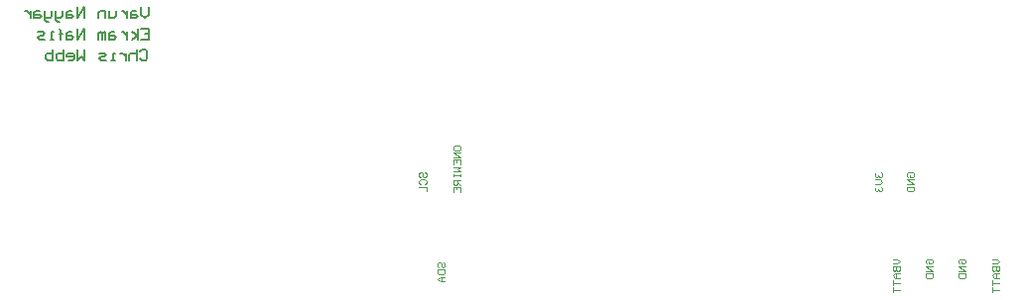
<source format=gbo>
%FSLAX44Y44*%
%MOMM*%
G71*
G01*
G75*
G04 Layer_Color=32896*
%ADD10O,2.2000X0.6000*%
%ADD11R,0.9000X1.3000*%
%ADD12R,1.4000X0.6000*%
%ADD13R,1.3000X0.9000*%
%ADD14R,1.2500X1.5000*%
%ADD15R,0.6000X1.5000*%
%ADD16C,0.2540*%
%ADD17R,1.5000X1.5000*%
%ADD18C,1.5000*%
%ADD19C,4.7600*%
%ADD20R,1.6900X1.6900*%
%ADD21C,1.6900*%
%ADD22C,6.0000*%
%ADD23C,6.0000*%
%ADD24C,3.0000*%
%ADD25C,1.2700*%
%ADD26C,0.2500*%
%ADD27C,0.6000*%
%ADD28C,0.2000*%
%ADD29C,0.2540*%
%ADD30C,0.2032*%
%ADD31C,0.1500*%
%ADD32C,0.1016*%
%ADD33O,2.4032X0.8032*%
%ADD34R,1.1032X1.5032*%
%ADD35R,1.5032X1.1032*%
%ADD36R,1.4532X1.7032*%
%ADD37R,0.8032X1.7032*%
%ADD38R,1.7032X1.7032*%
%ADD39C,1.7032*%
%ADD40C,4.9632*%
%ADD41R,1.8932X1.8932*%
%ADD42C,1.8932*%
%ADD43C,6.2032*%
%ADD44C,6.2032*%
%ADD45C,3.2032*%
%ADD46C,1.4732*%
%ADD47C,0.1524*%
D32*
X362922Y60937D02*
X361906Y61953D01*
Y63984D01*
X362922Y65000D01*
X363937D01*
X364953Y63984D01*
Y61953D01*
X365969Y60937D01*
X366984D01*
X368000Y61953D01*
Y63984D01*
X366984Y65000D01*
X361906Y58906D02*
X368000D01*
Y55859D01*
X366984Y54843D01*
X362922D01*
X361906Y55859D01*
Y58906D01*
X368000Y52812D02*
X363937D01*
X361906Y50781D01*
X363937Y48749D01*
X368000D01*
X364953D01*
Y52812D01*
X346922Y137937D02*
X345906Y138953D01*
Y140984D01*
X346922Y142000D01*
X347937D01*
X348953Y140984D01*
Y138953D01*
X349969Y137937D01*
X350984D01*
X352000Y138953D01*
Y140984D01*
X350984Y142000D01*
X346922Y131843D02*
X345906Y132859D01*
Y134890D01*
X346922Y135906D01*
X350984D01*
X352000Y134890D01*
Y132859D01*
X350984Y131843D01*
X345906Y129812D02*
X352000D01*
Y125749D01*
X374906Y161953D02*
Y163984D01*
X375922Y165000D01*
X379984D01*
X381000Y163984D01*
Y161953D01*
X379984Y160937D01*
X375922D01*
X374906Y161953D01*
X381000Y158906D02*
X374906D01*
X381000Y154843D01*
X374906D01*
Y148749D02*
Y152812D01*
X381000D01*
Y148749D01*
X377953Y152812D02*
Y150781D01*
X374906Y146718D02*
X381000D01*
X378969Y144687D01*
X381000Y142655D01*
X374906D01*
Y140624D02*
Y138593D01*
Y139608D01*
X381000D01*
Y140624D01*
Y138593D01*
Y135546D02*
X374906D01*
Y132499D01*
X375922Y131483D01*
X377953D01*
X378969Y132499D01*
Y135546D01*
Y133514D02*
X381000Y131483D01*
X374906Y125389D02*
Y129452D01*
X381000D01*
Y125389D01*
X377953Y129452D02*
Y127420D01*
X735922Y142000D02*
X734906Y140984D01*
Y138953D01*
X735922Y137937D01*
X736937D01*
X737953Y138953D01*
Y139969D01*
Y138953D01*
X738969Y137937D01*
X739984D01*
X741000Y138953D01*
Y140984D01*
X739984Y142000D01*
X734906Y135906D02*
X738969D01*
X741000Y133875D01*
X738969Y131843D01*
X734906D01*
X735922Y129812D02*
X734906Y128796D01*
Y126765D01*
X735922Y125749D01*
X736937D01*
X737953Y126765D01*
Y127781D01*
Y126765D01*
X738969Y125749D01*
X739984D01*
X741000Y126765D01*
Y128796D01*
X739984Y129812D01*
X762922Y137937D02*
X761906Y138953D01*
Y140984D01*
X762922Y142000D01*
X766984D01*
X768000Y140984D01*
Y138953D01*
X766984Y137937D01*
X764953D01*
Y139969D01*
X768000Y135906D02*
X761906D01*
X768000Y131843D01*
X761906D01*
Y129812D02*
X768000D01*
Y126765D01*
X766984Y125749D01*
X762922D01*
X761906Y126765D01*
Y129812D01*
X778922Y63937D02*
X777906Y64953D01*
Y66984D01*
X778922Y68000D01*
X782984D01*
X784000Y66984D01*
Y64953D01*
X782984Y63937D01*
X780953D01*
Y65969D01*
X784000Y61906D02*
X777906D01*
X784000Y57843D01*
X777906D01*
Y55812D02*
X784000D01*
Y52765D01*
X782984Y51749D01*
X778922D01*
X777906Y52765D01*
Y55812D01*
X806922Y63937D02*
X805906Y64953D01*
Y66984D01*
X806922Y68000D01*
X810984D01*
X812000Y66984D01*
Y64953D01*
X810984Y63937D01*
X808953D01*
Y65969D01*
X812000Y61906D02*
X805906D01*
X812000Y57843D01*
X805906D01*
Y55812D02*
X812000D01*
Y52765D01*
X810984Y51749D01*
X806922D01*
X805906Y52765D01*
Y55812D01*
X834906Y68000D02*
X838969D01*
X841000Y65969D01*
X838969Y63937D01*
X834906D01*
Y61906D02*
X841000D01*
Y58859D01*
X839984Y57843D01*
X838969D01*
X837953Y58859D01*
Y61906D01*
Y58859D01*
X836937Y57843D01*
X835922D01*
X834906Y58859D01*
Y61906D01*
X841000Y55812D02*
X836937D01*
X834906Y53781D01*
X836937Y51749D01*
X841000D01*
X837953D01*
Y55812D01*
X834906Y49718D02*
Y45655D01*
Y47687D01*
X841000D01*
X834906Y43624D02*
Y39561D01*
Y41593D01*
X841000D01*
X749906Y68000D02*
X753969D01*
X756000Y65969D01*
X753969Y63937D01*
X749906D01*
Y61906D02*
X756000D01*
Y58859D01*
X754984Y57843D01*
X753969D01*
X752953Y58859D01*
Y61906D01*
Y58859D01*
X751937Y57843D01*
X750922D01*
X749906Y58859D01*
Y61906D01*
X756000Y55812D02*
X751937D01*
X749906Y53781D01*
X751937Y51749D01*
X756000D01*
X752953D01*
Y55812D01*
X749906Y49718D02*
Y45655D01*
Y47687D01*
X756000D01*
X749906Y43624D02*
Y39561D01*
Y41593D01*
X756000D01*
D47*
X107906Y245618D02*
X109430Y247141D01*
X112477D01*
X114000Y245618D01*
Y239524D01*
X112477Y238000D01*
X109430D01*
X107906Y239524D01*
X104859Y247141D02*
Y238000D01*
Y242570D01*
X103335Y244094D01*
X100288D01*
X98765Y242570D01*
Y238000D01*
X95718Y244094D02*
Y238000D01*
Y241047D01*
X94194Y242570D01*
X92671Y244094D01*
X91147D01*
X86577Y238000D02*
X83530D01*
X85053D01*
Y244094D01*
X86577D01*
X78959Y238000D02*
X74389D01*
X72865Y239524D01*
X74389Y241047D01*
X77436D01*
X78959Y242570D01*
X77436Y244094D01*
X72865D01*
X60677Y247141D02*
Y238000D01*
X57630Y241047D01*
X54583Y238000D01*
Y247141D01*
X46966Y238000D02*
X50013D01*
X51536Y239524D01*
Y242570D01*
X50013Y244094D01*
X46966D01*
X45442Y242570D01*
Y241047D01*
X51536D01*
X42395Y247141D02*
Y238000D01*
X37825D01*
X36301Y239524D01*
Y241047D01*
Y242570D01*
X37825Y244094D01*
X42395D01*
X33254Y247141D02*
Y238000D01*
X28684D01*
X27160Y239524D01*
Y241047D01*
Y242570D01*
X28684Y244094D01*
X33254D01*
X108906Y265141D02*
X115000D01*
Y256000D01*
X108906D01*
X115000Y260571D02*
X111953D01*
X105859Y256000D02*
Y265141D01*
Y259047D02*
X101288Y262094D01*
X105859Y259047D02*
X101288Y256000D01*
X96718Y262094D02*
Y256000D01*
Y259047D01*
X95194Y260571D01*
X93671Y262094D01*
X92147D01*
X86053D02*
X83006D01*
X81483Y260571D01*
Y256000D01*
X86053D01*
X87577Y257523D01*
X86053Y259047D01*
X81483D01*
X78436Y256000D02*
Y262094D01*
X76912D01*
X75389Y260571D01*
Y256000D01*
Y260571D01*
X73865Y262094D01*
X72342Y260571D01*
Y256000D01*
X60154D02*
Y265141D01*
X54060Y256000D01*
Y265141D01*
X49489Y262094D02*
X46442D01*
X44919Y260571D01*
Y256000D01*
X49489D01*
X51013Y257523D01*
X49489Y259047D01*
X44919D01*
X40348Y256000D02*
Y263617D01*
Y260571D01*
X41872D01*
X38825D01*
X40348D01*
Y263617D01*
X38825Y265141D01*
X34254Y256000D02*
X31207D01*
X32731D01*
Y262094D01*
X34254D01*
X26637Y256000D02*
X22066D01*
X20543Y257523D01*
X22066Y259047D01*
X25113D01*
X26637Y260571D01*
X25113Y262094D01*
X20543D01*
X115000Y283141D02*
Y277047D01*
X111953Y274000D01*
X108906Y277047D01*
Y283141D01*
X104335Y280094D02*
X101288D01*
X99765Y278570D01*
Y274000D01*
X104335D01*
X105859Y275523D01*
X104335Y277047D01*
X99765D01*
X96718Y280094D02*
Y274000D01*
Y277047D01*
X95194Y278570D01*
X93671Y280094D01*
X92147D01*
X87577D02*
Y275523D01*
X86053Y274000D01*
X81483D01*
Y280094D01*
X78436Y274000D02*
Y280094D01*
X73865D01*
X72342Y278570D01*
Y274000D01*
X60154D02*
Y283141D01*
X54060Y274000D01*
Y283141D01*
X49489Y280094D02*
X46442D01*
X44919Y278570D01*
Y274000D01*
X49489D01*
X51013Y275523D01*
X49489Y277047D01*
X44919D01*
X41872Y280094D02*
Y275523D01*
X40348Y274000D01*
X35778D01*
Y272477D01*
X37301Y270953D01*
X38825D01*
X35778Y274000D02*
Y280094D01*
X32731D02*
Y275523D01*
X31207Y274000D01*
X26637D01*
Y272477D01*
X28160Y270953D01*
X29683D01*
X26637Y274000D02*
Y280094D01*
X22066D02*
X19019D01*
X17495Y278570D01*
Y274000D01*
X22066D01*
X23589Y275523D01*
X22066Y277047D01*
X17495D01*
X14448Y280094D02*
Y274000D01*
Y277047D01*
X12925Y278570D01*
X11401Y280094D01*
X9878D01*
M02*

</source>
